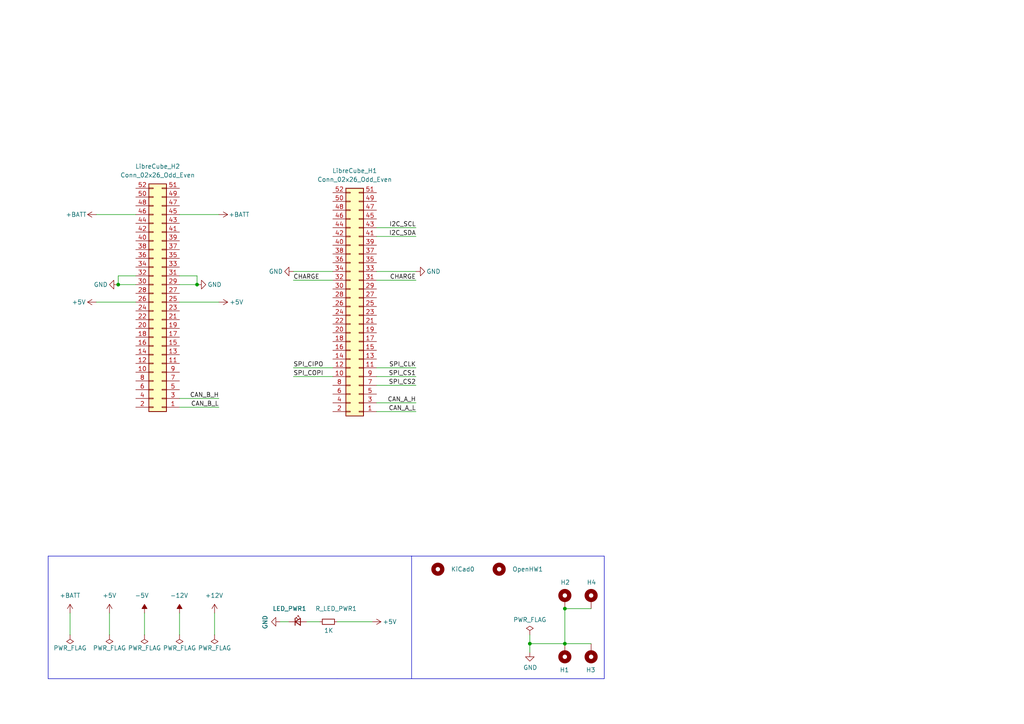
<source format=kicad_sch>
(kicad_sch (version 20230121) (generator eeschema)

  (uuid b26d10c1-0874-459a-80a4-e525262e670c)

  (paper "A4")

  (lib_symbols
    (symbol "Connector_Generic:Conn_02x26_Odd_Even" (pin_names (offset 1.016) hide) (in_bom yes) (on_board yes)
      (property "Reference" "J" (at 1.27 33.02 0)
        (effects (font (size 1.27 1.27)))
      )
      (property "Value" "Conn_02x26_Odd_Even" (at 1.27 -35.56 0)
        (effects (font (size 1.27 1.27)))
      )
      (property "Footprint" "" (at 0 0 0)
        (effects (font (size 1.27 1.27)) hide)
      )
      (property "Datasheet" "~" (at 0 0 0)
        (effects (font (size 1.27 1.27)) hide)
      )
      (property "ki_keywords" "connector" (at 0 0 0)
        (effects (font (size 1.27 1.27)) hide)
      )
      (property "ki_description" "Generic connector, double row, 02x26, odd/even pin numbering scheme (row 1 odd numbers, row 2 even numbers), script generated (kicad-library-utils/schlib/autogen/connector/)" (at 0 0 0)
        (effects (font (size 1.27 1.27)) hide)
      )
      (property "ki_fp_filters" "Connector*:*_2x??_*" (at 0 0 0)
        (effects (font (size 1.27 1.27)) hide)
      )
      (symbol "Conn_02x26_Odd_Even_1_1"
        (rectangle (start -1.27 -32.893) (end 0 -33.147)
          (stroke (width 0.1524) (type default))
          (fill (type none))
        )
        (rectangle (start -1.27 -30.353) (end 0 -30.607)
          (stroke (width 0.1524) (type default))
          (fill (type none))
        )
        (rectangle (start -1.27 -27.813) (end 0 -28.067)
          (stroke (width 0.1524) (type default))
          (fill (type none))
        )
        (rectangle (start -1.27 -25.273) (end 0 -25.527)
          (stroke (width 0.1524) (type default))
          (fill (type none))
        )
        (rectangle (start -1.27 -22.733) (end 0 -22.987)
          (stroke (width 0.1524) (type default))
          (fill (type none))
        )
        (rectangle (start -1.27 -20.193) (end 0 -20.447)
          (stroke (width 0.1524) (type default))
          (fill (type none))
        )
        (rectangle (start -1.27 -17.653) (end 0 -17.907)
          (stroke (width 0.1524) (type default))
          (fill (type none))
        )
        (rectangle (start -1.27 -15.113) (end 0 -15.367)
          (stroke (width 0.1524) (type default))
          (fill (type none))
        )
        (rectangle (start -1.27 -12.573) (end 0 -12.827)
          (stroke (width 0.1524) (type default))
          (fill (type none))
        )
        (rectangle (start -1.27 -10.033) (end 0 -10.287)
          (stroke (width 0.1524) (type default))
          (fill (type none))
        )
        (rectangle (start -1.27 -7.493) (end 0 -7.747)
          (stroke (width 0.1524) (type default))
          (fill (type none))
        )
        (rectangle (start -1.27 -4.953) (end 0 -5.207)
          (stroke (width 0.1524) (type default))
          (fill (type none))
        )
        (rectangle (start -1.27 -2.413) (end 0 -2.667)
          (stroke (width 0.1524) (type default))
          (fill (type none))
        )
        (rectangle (start -1.27 0.127) (end 0 -0.127)
          (stroke (width 0.1524) (type default))
          (fill (type none))
        )
        (rectangle (start -1.27 2.667) (end 0 2.413)
          (stroke (width 0.1524) (type default))
          (fill (type none))
        )
        (rectangle (start -1.27 5.207) (end 0 4.953)
          (stroke (width 0.1524) (type default))
          (fill (type none))
        )
        (rectangle (start -1.27 7.747) (end 0 7.493)
          (stroke (width 0.1524) (type default))
          (fill (type none))
        )
        (rectangle (start -1.27 10.287) (end 0 10.033)
          (stroke (width 0.1524) (type default))
          (fill (type none))
        )
        (rectangle (start -1.27 12.827) (end 0 12.573)
          (stroke (width 0.1524) (type default))
          (fill (type none))
        )
        (rectangle (start -1.27 15.367) (end 0 15.113)
          (stroke (width 0.1524) (type default))
          (fill (type none))
        )
        (rectangle (start -1.27 17.907) (end 0 17.653)
          (stroke (width 0.1524) (type default))
          (fill (type none))
        )
        (rectangle (start -1.27 20.447) (end 0 20.193)
          (stroke (width 0.1524) (type default))
          (fill (type none))
        )
        (rectangle (start -1.27 22.987) (end 0 22.733)
          (stroke (width 0.1524) (type default))
          (fill (type none))
        )
        (rectangle (start -1.27 25.527) (end 0 25.273)
          (stroke (width 0.1524) (type default))
          (fill (type none))
        )
        (rectangle (start -1.27 28.067) (end 0 27.813)
          (stroke (width 0.1524) (type default))
          (fill (type none))
        )
        (rectangle (start -1.27 30.607) (end 0 30.353)
          (stroke (width 0.1524) (type default))
          (fill (type none))
        )
        (rectangle (start -1.27 31.75) (end 3.81 -34.29)
          (stroke (width 0.254) (type default))
          (fill (type background))
        )
        (rectangle (start 3.81 -32.893) (end 2.54 -33.147)
          (stroke (width 0.1524) (type default))
          (fill (type none))
        )
        (rectangle (start 3.81 -30.353) (end 2.54 -30.607)
          (stroke (width 0.1524) (type default))
          (fill (type none))
        )
        (rectangle (start 3.81 -27.813) (end 2.54 -28.067)
          (stroke (width 0.1524) (type default))
          (fill (type none))
        )
        (rectangle (start 3.81 -25.273) (end 2.54 -25.527)
          (stroke (width 0.1524) (type default))
          (fill (type none))
        )
        (rectangle (start 3.81 -22.733) (end 2.54 -22.987)
          (stroke (width 0.1524) (type default))
          (fill (type none))
        )
        (rectangle (start 3.81 -20.193) (end 2.54 -20.447)
          (stroke (width 0.1524) (type default))
          (fill (type none))
        )
        (rectangle (start 3.81 -17.653) (end 2.54 -17.907)
          (stroke (width 0.1524) (type default))
          (fill (type none))
        )
        (rectangle (start 3.81 -15.113) (end 2.54 -15.367)
          (stroke (width 0.1524) (type default))
          (fill (type none))
        )
        (rectangle (start 3.81 -12.573) (end 2.54 -12.827)
          (stroke (width 0.1524) (type default))
          (fill (type none))
        )
        (rectangle (start 3.81 -10.033) (end 2.54 -10.287)
          (stroke (width 0.1524) (type default))
          (fill (type none))
        )
        (rectangle (start 3.81 -7.493) (end 2.54 -7.747)
          (stroke (width 0.1524) (type default))
          (fill (type none))
        )
        (rectangle (start 3.81 -4.953) (end 2.54 -5.207)
          (stroke (width 0.1524) (type default))
          (fill (type none))
        )
        (rectangle (start 3.81 -2.413) (end 2.54 -2.667)
          (stroke (width 0.1524) (type default))
          (fill (type none))
        )
        (rectangle (start 3.81 0.127) (end 2.54 -0.127)
          (stroke (width 0.1524) (type default))
          (fill (type none))
        )
        (rectangle (start 3.81 2.667) (end 2.54 2.413)
          (stroke (width 0.1524) (type default))
          (fill (type none))
        )
        (rectangle (start 3.81 5.207) (end 2.54 4.953)
          (stroke (width 0.1524) (type default))
          (fill (type none))
        )
        (rectangle (start 3.81 7.747) (end 2.54 7.493)
          (stroke (width 0.1524) (type default))
          (fill (type none))
        )
        (rectangle (start 3.81 10.287) (end 2.54 10.033)
          (stroke (width 0.1524) (type default))
          (fill (type none))
        )
        (rectangle (start 3.81 12.827) (end 2.54 12.573)
          (stroke (width 0.1524) (type default))
          (fill (type none))
        )
        (rectangle (start 3.81 15.367) (end 2.54 15.113)
          (stroke (width 0.1524) (type default))
          (fill (type none))
        )
        (rectangle (start 3.81 17.907) (end 2.54 17.653)
          (stroke (width 0.1524) (type default))
          (fill (type none))
        )
        (rectangle (start 3.81 20.447) (end 2.54 20.193)
          (stroke (width 0.1524) (type default))
          (fill (type none))
        )
        (rectangle (start 3.81 22.987) (end 2.54 22.733)
          (stroke (width 0.1524) (type default))
          (fill (type none))
        )
        (rectangle (start 3.81 25.527) (end 2.54 25.273)
          (stroke (width 0.1524) (type default))
          (fill (type none))
        )
        (rectangle (start 3.81 28.067) (end 2.54 27.813)
          (stroke (width 0.1524) (type default))
          (fill (type none))
        )
        (rectangle (start 3.81 30.607) (end 2.54 30.353)
          (stroke (width 0.1524) (type default))
          (fill (type none))
        )
        (pin passive line (at -5.08 30.48 0) (length 3.81)
          (name "Pin_1" (effects (font (size 1.27 1.27))))
          (number "1" (effects (font (size 1.27 1.27))))
        )
        (pin passive line (at 7.62 20.32 180) (length 3.81)
          (name "Pin_10" (effects (font (size 1.27 1.27))))
          (number "10" (effects (font (size 1.27 1.27))))
        )
        (pin passive line (at -5.08 17.78 0) (length 3.81)
          (name "Pin_11" (effects (font (size 1.27 1.27))))
          (number "11" (effects (font (size 1.27 1.27))))
        )
        (pin passive line (at 7.62 17.78 180) (length 3.81)
          (name "Pin_12" (effects (font (size 1.27 1.27))))
          (number "12" (effects (font (size 1.27 1.27))))
        )
        (pin passive line (at -5.08 15.24 0) (length 3.81)
          (name "Pin_13" (effects (font (size 1.27 1.27))))
          (number "13" (effects (font (size 1.27 1.27))))
        )
        (pin passive line (at 7.62 15.24 180) (length 3.81)
          (name "Pin_14" (effects (font (size 1.27 1.27))))
          (number "14" (effects (font (size 1.27 1.27))))
        )
        (pin passive line (at -5.08 12.7 0) (length 3.81)
          (name "Pin_15" (effects (font (size 1.27 1.27))))
          (number "15" (effects (font (size 1.27 1.27))))
        )
        (pin passive line (at 7.62 12.7 180) (length 3.81)
          (name "Pin_16" (effects (font (size 1.27 1.27))))
          (number "16" (effects (font (size 1.27 1.27))))
        )
        (pin passive line (at -5.08 10.16 0) (length 3.81)
          (name "Pin_17" (effects (font (size 1.27 1.27))))
          (number "17" (effects (font (size 1.27 1.27))))
        )
        (pin passive line (at 7.62 10.16 180) (length 3.81)
          (name "Pin_18" (effects (font (size 1.27 1.27))))
          (number "18" (effects (font (size 1.27 1.27))))
        )
        (pin passive line (at -5.08 7.62 0) (length 3.81)
          (name "Pin_19" (effects (font (size 1.27 1.27))))
          (number "19" (effects (font (size 1.27 1.27))))
        )
        (pin passive line (at 7.62 30.48 180) (length 3.81)
          (name "Pin_2" (effects (font (size 1.27 1.27))))
          (number "2" (effects (font (size 1.27 1.27))))
        )
        (pin passive line (at 7.62 7.62 180) (length 3.81)
          (name "Pin_20" (effects (font (size 1.27 1.27))))
          (number "20" (effects (font (size 1.27 1.27))))
        )
        (pin passive line (at -5.08 5.08 0) (length 3.81)
          (name "Pin_21" (effects (font (size 1.27 1.27))))
          (number "21" (effects (font (size 1.27 1.27))))
        )
        (pin passive line (at 7.62 5.08 180) (length 3.81)
          (name "Pin_22" (effects (font (size 1.27 1.27))))
          (number "22" (effects (font (size 1.27 1.27))))
        )
        (pin passive line (at -5.08 2.54 0) (length 3.81)
          (name "Pin_23" (effects (font (size 1.27 1.27))))
          (number "23" (effects (font (size 1.27 1.27))))
        )
        (pin passive line (at 7.62 2.54 180) (length 3.81)
          (name "Pin_24" (effects (font (size 1.27 1.27))))
          (number "24" (effects (font (size 1.27 1.27))))
        )
        (pin passive line (at -5.08 0 0) (length 3.81)
          (name "Pin_25" (effects (font (size 1.27 1.27))))
          (number "25" (effects (font (size 1.27 1.27))))
        )
        (pin passive line (at 7.62 0 180) (length 3.81)
          (name "Pin_26" (effects (font (size 1.27 1.27))))
          (number "26" (effects (font (size 1.27 1.27))))
        )
        (pin passive line (at -5.08 -2.54 0) (length 3.81)
          (name "Pin_27" (effects (font (size 1.27 1.27))))
          (number "27" (effects (font (size 1.27 1.27))))
        )
        (pin passive line (at 7.62 -2.54 180) (length 3.81)
          (name "Pin_28" (effects (font (size 1.27 1.27))))
          (number "28" (effects (font (size 1.27 1.27))))
        )
        (pin passive line (at -5.08 -5.08 0) (length 3.81)
          (name "Pin_29" (effects (font (size 1.27 1.27))))
          (number "29" (effects (font (size 1.27 1.27))))
        )
        (pin passive line (at -5.08 27.94 0) (length 3.81)
          (name "Pin_3" (effects (font (size 1.27 1.27))))
          (number "3" (effects (font (size 1.27 1.27))))
        )
        (pin passive line (at 7.62 -5.08 180) (length 3.81)
          (name "Pin_30" (effects (font (size 1.27 1.27))))
          (number "30" (effects (font (size 1.27 1.27))))
        )
        (pin passive line (at -5.08 -7.62 0) (length 3.81)
          (name "Pin_31" (effects (font (size 1.27 1.27))))
          (number "31" (effects (font (size 1.27 1.27))))
        )
        (pin passive line (at 7.62 -7.62 180) (length 3.81)
          (name "Pin_32" (effects (font (size 1.27 1.27))))
          (number "32" (effects (font (size 1.27 1.27))))
        )
        (pin passive line (at -5.08 -10.16 0) (length 3.81)
          (name "Pin_33" (effects (font (size 1.27 1.27))))
          (number "33" (effects (font (size 1.27 1.27))))
        )
        (pin passive line (at 7.62 -10.16 180) (length 3.81)
          (name "Pin_34" (effects (font (size 1.27 1.27))))
          (number "34" (effects (font (size 1.27 1.27))))
        )
        (pin passive line (at -5.08 -12.7 0) (length 3.81)
          (name "Pin_35" (effects (font (size 1.27 1.27))))
          (number "35" (effects (font (size 1.27 1.27))))
        )
        (pin passive line (at 7.62 -12.7 180) (length 3.81)
          (name "Pin_36" (effects (font (size 1.27 1.27))))
          (number "36" (effects (font (size 1.27 1.27))))
        )
        (pin passive line (at -5.08 -15.24 0) (length 3.81)
          (name "Pin_37" (effects (font (size 1.27 1.27))))
          (number "37" (effects (font (size 1.27 1.27))))
        )
        (pin passive line (at 7.62 -15.24 180) (length 3.81)
          (name "Pin_38" (effects (font (size 1.27 1.27))))
          (number "38" (effects (font (size 1.27 1.27))))
        )
        (pin passive line (at -5.08 -17.78 0) (length 3.81)
          (name "Pin_39" (effects (font (size 1.27 1.27))))
          (number "39" (effects (font (size 1.27 1.27))))
        )
        (pin passive line (at 7.62 27.94 180) (length 3.81)
          (name "Pin_4" (effects (font (size 1.27 1.27))))
          (number "4" (effects (font (size 1.27 1.27))))
        )
        (pin passive line (at 7.62 -17.78 180) (length 3.81)
          (name "Pin_40" (effects (font (size 1.27 1.27))))
          (number "40" (effects (font (size 1.27 1.27))))
        )
        (pin passive line (at -5.08 -20.32 0) (length 3.81)
          (name "Pin_41" (effects (font (size 1.27 1.27))))
          (number "41" (effects (font (size 1.27 1.27))))
        )
        (pin passive line (at 7.62 -20.32 180) (length 3.81)
          (name "Pin_42" (effects (font (size 1.27 1.27))))
          (number "42" (effects (font (size 1.27 1.27))))
        )
        (pin passive line (at -5.08 -22.86 0) (length 3.81)
          (name "Pin_43" (effects (font (size 1.27 1.27))))
          (number "43" (effects (font (size 1.27 1.27))))
        )
        (pin passive line (at 7.62 -22.86 180) (length 3.81)
          (name "Pin_44" (effects (font (size 1.27 1.27))))
          (number "44" (effects (font (size 1.27 1.27))))
        )
        (pin passive line (at -5.08 -25.4 0) (length 3.81)
          (name "Pin_45" (effects (font (size 1.27 1.27))))
          (number "45" (effects (font (size 1.27 1.27))))
        )
        (pin passive line (at 7.62 -25.4 180) (length 3.81)
          (name "Pin_46" (effects (font (size 1.27 1.27))))
          (number "46" (effects (font (size 1.27 1.27))))
        )
        (pin passive line (at -5.08 -27.94 0) (length 3.81)
          (name "Pin_47" (effects (font (size 1.27 1.27))))
          (number "47" (effects (font (size 1.27 1.27))))
        )
        (pin passive line (at 7.62 -27.94 180) (length 3.81)
          (name "Pin_48" (effects (font (size 1.27 1.27))))
          (number "48" (effects (font (size 1.27 1.27))))
        )
        (pin passive line (at -5.08 -30.48 0) (length 3.81)
          (name "Pin_49" (effects (font (size 1.27 1.27))))
          (number "49" (effects (font (size 1.27 1.27))))
        )
        (pin passive line (at -5.08 25.4 0) (length 3.81)
          (name "Pin_5" (effects (font (size 1.27 1.27))))
          (number "5" (effects (font (size 1.27 1.27))))
        )
        (pin passive line (at 7.62 -30.48 180) (length 3.81)
          (name "Pin_50" (effects (font (size 1.27 1.27))))
          (number "50" (effects (font (size 1.27 1.27))))
        )
        (pin passive line (at -5.08 -33.02 0) (length 3.81)
          (name "Pin_51" (effects (font (size 1.27 1.27))))
          (number "51" (effects (font (size 1.27 1.27))))
        )
        (pin passive line (at 7.62 -33.02 180) (length 3.81)
          (name "Pin_52" (effects (font (size 1.27 1.27))))
          (number "52" (effects (font (size 1.27 1.27))))
        )
        (pin passive line (at 7.62 25.4 180) (length 3.81)
          (name "Pin_6" (effects (font (size 1.27 1.27))))
          (number "6" (effects (font (size 1.27 1.27))))
        )
        (pin passive line (at -5.08 22.86 0) (length 3.81)
          (name "Pin_7" (effects (font (size 1.27 1.27))))
          (number "7" (effects (font (size 1.27 1.27))))
        )
        (pin passive line (at 7.62 22.86 180) (length 3.81)
          (name "Pin_8" (effects (font (size 1.27 1.27))))
          (number "8" (effects (font (size 1.27 1.27))))
        )
        (pin passive line (at -5.08 20.32 0) (length 3.81)
          (name "Pin_9" (effects (font (size 1.27 1.27))))
          (number "9" (effects (font (size 1.27 1.27))))
        )
      )
    )
    (symbol "Device:LED_Small" (pin_numbers hide) (pin_names (offset 0.254) hide) (in_bom yes) (on_board yes)
      (property "Reference" "D" (at -1.27 3.175 0)
        (effects (font (size 1.27 1.27)) (justify left))
      )
      (property "Value" "LED_Small" (at -4.445 -2.54 0)
        (effects (font (size 1.27 1.27)) (justify left))
      )
      (property "Footprint" "" (at 0 0 90)
        (effects (font (size 1.27 1.27)) hide)
      )
      (property "Datasheet" "~" (at 0 0 90)
        (effects (font (size 1.27 1.27)) hide)
      )
      (property "ki_keywords" "LED diode light-emitting-diode" (at 0 0 0)
        (effects (font (size 1.27 1.27)) hide)
      )
      (property "ki_description" "Light emitting diode, small symbol" (at 0 0 0)
        (effects (font (size 1.27 1.27)) hide)
      )
      (property "ki_fp_filters" "LED* LED_SMD:* LED_THT:*" (at 0 0 0)
        (effects (font (size 1.27 1.27)) hide)
      )
      (symbol "LED_Small_0_1"
        (polyline
          (pts
            (xy -0.762 -1.016)
            (xy -0.762 1.016)
          )
          (stroke (width 0.254) (type default))
          (fill (type none))
        )
        (polyline
          (pts
            (xy 1.016 0)
            (xy -0.762 0)
          )
          (stroke (width 0) (type default))
          (fill (type none))
        )
        (polyline
          (pts
            (xy 0.762 -1.016)
            (xy -0.762 0)
            (xy 0.762 1.016)
            (xy 0.762 -1.016)
          )
          (stroke (width 0.254) (type default))
          (fill (type none))
        )
        (polyline
          (pts
            (xy 0 0.762)
            (xy -0.508 1.27)
            (xy -0.254 1.27)
            (xy -0.508 1.27)
            (xy -0.508 1.016)
          )
          (stroke (width 0) (type default))
          (fill (type none))
        )
        (polyline
          (pts
            (xy 0.508 1.27)
            (xy 0 1.778)
            (xy 0.254 1.778)
            (xy 0 1.778)
            (xy 0 1.524)
          )
          (stroke (width 0) (type default))
          (fill (type none))
        )
      )
      (symbol "LED_Small_1_1"
        (pin passive line (at -2.54 0 0) (length 1.778)
          (name "K" (effects (font (size 1.27 1.27))))
          (number "1" (effects (font (size 1.27 1.27))))
        )
        (pin passive line (at 2.54 0 180) (length 1.778)
          (name "A" (effects (font (size 1.27 1.27))))
          (number "2" (effects (font (size 1.27 1.27))))
        )
      )
    )
    (symbol "Device:R_Small" (pin_numbers hide) (pin_names (offset 0.254) hide) (in_bom yes) (on_board yes)
      (property "Reference" "R" (at 0.762 0.508 0)
        (effects (font (size 1.27 1.27)) (justify left))
      )
      (property "Value" "R_Small" (at 0.762 -1.016 0)
        (effects (font (size 1.27 1.27)) (justify left))
      )
      (property "Footprint" "" (at 0 0 0)
        (effects (font (size 1.27 1.27)) hide)
      )
      (property "Datasheet" "~" (at 0 0 0)
        (effects (font (size 1.27 1.27)) hide)
      )
      (property "ki_keywords" "R resistor" (at 0 0 0)
        (effects (font (size 1.27 1.27)) hide)
      )
      (property "ki_description" "Resistor, small symbol" (at 0 0 0)
        (effects (font (size 1.27 1.27)) hide)
      )
      (property "ki_fp_filters" "R_*" (at 0 0 0)
        (effects (font (size 1.27 1.27)) hide)
      )
      (symbol "R_Small_0_1"
        (rectangle (start -0.762 1.778) (end 0.762 -1.778)
          (stroke (width 0.2032) (type default))
          (fill (type none))
        )
      )
      (symbol "R_Small_1_1"
        (pin passive line (at 0 2.54 270) (length 0.762)
          (name "~" (effects (font (size 1.27 1.27))))
          (number "1" (effects (font (size 1.27 1.27))))
        )
        (pin passive line (at 0 -2.54 90) (length 0.762)
          (name "~" (effects (font (size 1.27 1.27))))
          (number "2" (effects (font (size 1.27 1.27))))
        )
      )
    )
    (symbol "Mechanical:MountingHole" (pin_names (offset 1.016)) (in_bom yes) (on_board yes)
      (property "Reference" "H" (at 0 5.08 0)
        (effects (font (size 1.27 1.27)))
      )
      (property "Value" "MountingHole" (at 0 3.175 0)
        (effects (font (size 1.27 1.27)))
      )
      (property "Footprint" "" (at 0 0 0)
        (effects (font (size 1.27 1.27)) hide)
      )
      (property "Datasheet" "~" (at 0 0 0)
        (effects (font (size 1.27 1.27)) hide)
      )
      (property "ki_keywords" "mounting hole" (at 0 0 0)
        (effects (font (size 1.27 1.27)) hide)
      )
      (property "ki_description" "Mounting Hole without connection" (at 0 0 0)
        (effects (font (size 1.27 1.27)) hide)
      )
      (property "ki_fp_filters" "MountingHole*" (at 0 0 0)
        (effects (font (size 1.27 1.27)) hide)
      )
      (symbol "MountingHole_0_1"
        (circle (center 0 0) (radius 1.27)
          (stroke (width 1.27) (type default))
          (fill (type none))
        )
      )
    )
    (symbol "Mechanical:MountingHole_Pad" (pin_numbers hide) (pin_names (offset 1.016) hide) (in_bom yes) (on_board yes)
      (property "Reference" "H" (at 0 6.35 0)
        (effects (font (size 1.27 1.27)))
      )
      (property "Value" "MountingHole_Pad" (at 0 4.445 0)
        (effects (font (size 1.27 1.27)))
      )
      (property "Footprint" "" (at 0 0 0)
        (effects (font (size 1.27 1.27)) hide)
      )
      (property "Datasheet" "~" (at 0 0 0)
        (effects (font (size 1.27 1.27)) hide)
      )
      (property "ki_keywords" "mounting hole" (at 0 0 0)
        (effects (font (size 1.27 1.27)) hide)
      )
      (property "ki_description" "Mounting Hole with connection" (at 0 0 0)
        (effects (font (size 1.27 1.27)) hide)
      )
      (property "ki_fp_filters" "MountingHole*Pad*" (at 0 0 0)
        (effects (font (size 1.27 1.27)) hide)
      )
      (symbol "MountingHole_Pad_0_1"
        (circle (center 0 1.27) (radius 1.27)
          (stroke (width 1.27) (type default))
          (fill (type none))
        )
      )
      (symbol "MountingHole_Pad_1_1"
        (pin input line (at 0 -2.54 90) (length 2.54)
          (name "1" (effects (font (size 1.27 1.27))))
          (number "1" (effects (font (size 1.27 1.27))))
        )
      )
    )
    (symbol "power:+12V" (power) (pin_names (offset 0)) (in_bom yes) (on_board yes)
      (property "Reference" "#PWR" (at 0 -3.81 0)
        (effects (font (size 1.27 1.27)) hide)
      )
      (property "Value" "+12V" (at 0 3.556 0)
        (effects (font (size 1.27 1.27)))
      )
      (property "Footprint" "" (at 0 0 0)
        (effects (font (size 1.27 1.27)) hide)
      )
      (property "Datasheet" "" (at 0 0 0)
        (effects (font (size 1.27 1.27)) hide)
      )
      (property "ki_keywords" "power-flag" (at 0 0 0)
        (effects (font (size 1.27 1.27)) hide)
      )
      (property "ki_description" "Power symbol creates a global label with name \"+12V\"" (at 0 0 0)
        (effects (font (size 1.27 1.27)) hide)
      )
      (symbol "+12V_0_1"
        (polyline
          (pts
            (xy -0.762 1.27)
            (xy 0 2.54)
          )
          (stroke (width 0) (type default))
          (fill (type none))
        )
        (polyline
          (pts
            (xy 0 0)
            (xy 0 2.54)
          )
          (stroke (width 0) (type default))
          (fill (type none))
        )
        (polyline
          (pts
            (xy 0 2.54)
            (xy 0.762 1.27)
          )
          (stroke (width 0) (type default))
          (fill (type none))
        )
      )
      (symbol "+12V_1_1"
        (pin power_in line (at 0 0 90) (length 0) hide
          (name "+12V" (effects (font (size 1.27 1.27))))
          (number "1" (effects (font (size 1.27 1.27))))
        )
      )
    )
    (symbol "power:+5V" (power) (pin_names (offset 0)) (in_bom yes) (on_board yes)
      (property "Reference" "#PWR" (at 0 -3.81 0)
        (effects (font (size 1.27 1.27)) hide)
      )
      (property "Value" "+5V" (at 0 3.556 0)
        (effects (font (size 1.27 1.27)))
      )
      (property "Footprint" "" (at 0 0 0)
        (effects (font (size 1.27 1.27)) hide)
      )
      (property "Datasheet" "" (at 0 0 0)
        (effects (font (size 1.27 1.27)) hide)
      )
      (property "ki_keywords" "power-flag" (at 0 0 0)
        (effects (font (size 1.27 1.27)) hide)
      )
      (property "ki_description" "Power symbol creates a global label with name \"+5V\"" (at 0 0 0)
        (effects (font (size 1.27 1.27)) hide)
      )
      (symbol "+5V_0_1"
        (polyline
          (pts
            (xy -0.762 1.27)
            (xy 0 2.54)
          )
          (stroke (width 0) (type default))
          (fill (type none))
        )
        (polyline
          (pts
            (xy 0 0)
            (xy 0 2.54)
          )
          (stroke (width 0) (type default))
          (fill (type none))
        )
        (polyline
          (pts
            (xy 0 2.54)
            (xy 0.762 1.27)
          )
          (stroke (width 0) (type default))
          (fill (type none))
        )
      )
      (symbol "+5V_1_1"
        (pin power_in line (at 0 0 90) (length 0) hide
          (name "+5V" (effects (font (size 1.27 1.27))))
          (number "1" (effects (font (size 1.27 1.27))))
        )
      )
    )
    (symbol "power:+BATT" (power) (pin_names (offset 0)) (in_bom yes) (on_board yes)
      (property "Reference" "#PWR" (at 0 -3.81 0)
        (effects (font (size 1.27 1.27)) hide)
      )
      (property "Value" "+BATT" (at 0 3.556 0)
        (effects (font (size 1.27 1.27)))
      )
      (property "Footprint" "" (at 0 0 0)
        (effects (font (size 1.27 1.27)) hide)
      )
      (property "Datasheet" "" (at 0 0 0)
        (effects (font (size 1.27 1.27)) hide)
      )
      (property "ki_keywords" "power-flag battery" (at 0 0 0)
        (effects (font (size 1.27 1.27)) hide)
      )
      (property "ki_description" "Power symbol creates a global label with name \"+BATT\"" (at 0 0 0)
        (effects (font (size 1.27 1.27)) hide)
      )
      (symbol "+BATT_0_1"
        (polyline
          (pts
            (xy -0.762 1.27)
            (xy 0 2.54)
          )
          (stroke (width 0) (type default))
          (fill (type none))
        )
        (polyline
          (pts
            (xy 0 0)
            (xy 0 2.54)
          )
          (stroke (width 0) (type default))
          (fill (type none))
        )
        (polyline
          (pts
            (xy 0 2.54)
            (xy 0.762 1.27)
          )
          (stroke (width 0) (type default))
          (fill (type none))
        )
      )
      (symbol "+BATT_1_1"
        (pin power_in line (at 0 0 90) (length 0) hide
          (name "+BATT" (effects (font (size 1.27 1.27))))
          (number "1" (effects (font (size 1.27 1.27))))
        )
      )
    )
    (symbol "power:-12V" (power) (pin_names (offset 0)) (in_bom yes) (on_board yes)
      (property "Reference" "#PWR" (at 0 2.54 0)
        (effects (font (size 1.27 1.27)) hide)
      )
      (property "Value" "-12V" (at 0 3.81 0)
        (effects (font (size 1.27 1.27)))
      )
      (property "Footprint" "" (at 0 0 0)
        (effects (font (size 1.27 1.27)) hide)
      )
      (property "Datasheet" "" (at 0 0 0)
        (effects (font (size 1.27 1.27)) hide)
      )
      (property "ki_keywords" "power-flag" (at 0 0 0)
        (effects (font (size 1.27 1.27)) hide)
      )
      (property "ki_description" "Power symbol creates a global label with name \"-12V\"" (at 0 0 0)
        (effects (font (size 1.27 1.27)) hide)
      )
      (symbol "-12V_0_0"
        (pin power_in line (at 0 0 90) (length 0) hide
          (name "-12V" (effects (font (size 1.27 1.27))))
          (number "1" (effects (font (size 1.27 1.27))))
        )
      )
      (symbol "-12V_0_1"
        (polyline
          (pts
            (xy 0 0)
            (xy 0 1.27)
            (xy 0.762 1.27)
            (xy 0 2.54)
            (xy -0.762 1.27)
            (xy 0 1.27)
          )
          (stroke (width 0) (type default))
          (fill (type outline))
        )
      )
    )
    (symbol "power:-5V" (power) (pin_names (offset 0)) (in_bom yes) (on_board yes)
      (property "Reference" "#PWR" (at 0 2.54 0)
        (effects (font (size 1.27 1.27)) hide)
      )
      (property "Value" "-5V" (at 0 3.81 0)
        (effects (font (size 1.27 1.27)))
      )
      (property "Footprint" "" (at 0 0 0)
        (effects (font (size 1.27 1.27)) hide)
      )
      (property "Datasheet" "" (at 0 0 0)
        (effects (font (size 1.27 1.27)) hide)
      )
      (property "ki_keywords" "power-flag" (at 0 0 0)
        (effects (font (size 1.27 1.27)) hide)
      )
      (property "ki_description" "Power symbol creates a global label with name \"-5V\"" (at 0 0 0)
        (effects (font (size 1.27 1.27)) hide)
      )
      (symbol "-5V_0_0"
        (pin power_in line (at 0 0 90) (length 0) hide
          (name "-5V" (effects (font (size 1.27 1.27))))
          (number "1" (effects (font (size 1.27 1.27))))
        )
      )
      (symbol "-5V_0_1"
        (polyline
          (pts
            (xy 0 0)
            (xy 0 1.27)
            (xy 0.762 1.27)
            (xy 0 2.54)
            (xy -0.762 1.27)
            (xy 0 1.27)
          )
          (stroke (width 0) (type default))
          (fill (type outline))
        )
      )
    )
    (symbol "power:GND" (power) (pin_names (offset 0)) (in_bom yes) (on_board yes)
      (property "Reference" "#PWR" (at 0 -6.35 0)
        (effects (font (size 1.27 1.27)) hide)
      )
      (property "Value" "GND" (at 0 -3.81 0)
        (effects (font (size 1.27 1.27)))
      )
      (property "Footprint" "" (at 0 0 0)
        (effects (font (size 1.27 1.27)) hide)
      )
      (property "Datasheet" "" (at 0 0 0)
        (effects (font (size 1.27 1.27)) hide)
      )
      (property "ki_keywords" "power-flag" (at 0 0 0)
        (effects (font (size 1.27 1.27)) hide)
      )
      (property "ki_description" "Power symbol creates a global label with name \"GND\" , ground" (at 0 0 0)
        (effects (font (size 1.27 1.27)) hide)
      )
      (symbol "GND_0_1"
        (polyline
          (pts
            (xy 0 0)
            (xy 0 -1.27)
            (xy 1.27 -1.27)
            (xy 0 -2.54)
            (xy -1.27 -1.27)
            (xy 0 -1.27)
          )
          (stroke (width 0) (type default))
          (fill (type none))
        )
      )
      (symbol "GND_1_1"
        (pin power_in line (at 0 0 270) (length 0) hide
          (name "GND" (effects (font (size 1.27 1.27))))
          (number "1" (effects (font (size 1.27 1.27))))
        )
      )
    )
    (symbol "power:PWR_FLAG" (power) (pin_numbers hide) (pin_names (offset 0) hide) (in_bom yes) (on_board yes)
      (property "Reference" "#FLG" (at 0 1.905 0)
        (effects (font (size 1.27 1.27)) hide)
      )
      (property "Value" "PWR_FLAG" (at 0 3.81 0)
        (effects (font (size 1.27 1.27)))
      )
      (property "Footprint" "" (at 0 0 0)
        (effects (font (size 1.27 1.27)) hide)
      )
      (property "Datasheet" "~" (at 0 0 0)
        (effects (font (size 1.27 1.27)) hide)
      )
      (property "ki_keywords" "power-flag" (at 0 0 0)
        (effects (font (size 1.27 1.27)) hide)
      )
      (property "ki_description" "Special symbol for telling ERC where power comes from" (at 0 0 0)
        (effects (font (size 1.27 1.27)) hide)
      )
      (symbol "PWR_FLAG_0_0"
        (pin power_out line (at 0 0 90) (length 0)
          (name "pwr" (effects (font (size 1.27 1.27))))
          (number "1" (effects (font (size 1.27 1.27))))
        )
      )
      (symbol "PWR_FLAG_0_1"
        (polyline
          (pts
            (xy 0 0)
            (xy 0 1.27)
            (xy -1.016 1.905)
            (xy 0 2.54)
            (xy 1.016 1.905)
            (xy 0 1.27)
          )
          (stroke (width 0) (type default))
          (fill (type none))
        )
      )
    )
  )

  (junction (at 163.83 186.69) (diameter 0) (color 0 0 0 0)
    (uuid 2135ce01-b8dd-44e8-bebc-879f2270b621)
  )
  (junction (at 57.15 82.55) (diameter 0) (color 0 0 0 0)
    (uuid 5a17ab8c-8146-4371-a714-ccf219e69e69)
  )
  (junction (at 34.29 82.55) (diameter 0) (color 0 0 0 0)
    (uuid 6de0b165-0c6b-418a-a1be-2793d9d60d62)
  )
  (junction (at 153.67 186.69) (diameter 0) (color 0 0 0 0)
    (uuid c34e67f3-e92f-48d8-b5b9-1f61bfbff029)
  )
  (junction (at 163.83 176.53) (diameter 0) (color 0 0 0 0)
    (uuid d52383f9-a675-4aca-9f79-eba21f0b1c6b)
  )

  (wire (pts (xy 85.09 81.28) (xy 96.52 81.28))
    (stroke (width 0) (type default))
    (uuid 01916571-32de-4c41-abda-dce7f68fab94)
  )
  (wire (pts (xy 153.67 186.69) (xy 163.83 186.69))
    (stroke (width 0) (type default))
    (uuid 06369cd4-69f0-4a79-9ab6-335d33abf233)
  )
  (wire (pts (xy 52.07 177.8) (xy 52.07 184.15))
    (stroke (width 0) (type default))
    (uuid 0762f889-f6c2-404e-ba0d-961fbb226bcb)
  )
  (wire (pts (xy 109.22 111.76) (xy 120.65 111.76))
    (stroke (width 0) (type default))
    (uuid 08b4c0aa-aaa4-4b37-8e2e-d9fd573e1313)
  )
  (polyline (pts (xy 119.38 161.29) (xy 175.26 161.29))
    (stroke (width 0) (type default))
    (uuid 1ad766ee-0758-41f2-80d2-eb65f60f4933)
  )

  (wire (pts (xy 52.07 82.55) (xy 57.15 82.55))
    (stroke (width 0) (type default))
    (uuid 20173a51-0e87-489d-bd40-bfe678600283)
  )
  (wire (pts (xy 52.07 115.57) (xy 63.5 115.57))
    (stroke (width 0) (type default))
    (uuid 246a0cd4-e618-466a-8b71-73c270532bf7)
  )
  (wire (pts (xy 85.09 78.74) (xy 96.52 78.74))
    (stroke (width 0) (type default))
    (uuid 2613d87b-d392-4ade-8b0a-c9d97248af96)
  )
  (wire (pts (xy 109.22 66.04) (xy 120.65 66.04))
    (stroke (width 0) (type default))
    (uuid 31f7d8d2-003d-4de7-920b-49a3136e9238)
  )
  (wire (pts (xy 20.32 177.8) (xy 20.32 184.15))
    (stroke (width 0) (type default))
    (uuid 405c42ce-020f-4a50-8e6e-859e5061fc87)
  )
  (wire (pts (xy 109.22 106.68) (xy 120.65 106.68))
    (stroke (width 0) (type default))
    (uuid 40bbe73f-1ddd-47a8-b026-2357d08256c6)
  )
  (wire (pts (xy 109.22 119.38) (xy 120.65 119.38))
    (stroke (width 0) (type default))
    (uuid 453d73c3-9ec6-410a-8166-87c2f41722c1)
  )
  (polyline (pts (xy 13.97 161.29) (xy 13.97 196.85))
    (stroke (width 0) (type default))
    (uuid 493c0dd5-382e-4fd0-a910-5496d595dc5f)
  )
  (polyline (pts (xy 119.38 161.29) (xy 119.38 196.85))
    (stroke (width 0) (type default))
    (uuid 49445e0e-6f79-44ec-b534-f76c219cf38b)
  )

  (wire (pts (xy 153.67 184.15) (xy 153.67 186.69))
    (stroke (width 0) (type default))
    (uuid 4d2b81b1-dc1b-41d9-8d3d-ab0a6b9b1639)
  )
  (wire (pts (xy 109.22 78.74) (xy 120.65 78.74))
    (stroke (width 0) (type default))
    (uuid 5131647f-3000-41e0-8b71-de311bd8245c)
  )
  (polyline (pts (xy 119.38 196.85) (xy 175.26 196.85))
    (stroke (width 0) (type default))
    (uuid 5b412533-3628-4bab-95bf-8bc352e3ae39)
  )

  (wire (pts (xy 57.15 80.01) (xy 57.15 82.55))
    (stroke (width 0) (type default))
    (uuid 60812da4-c618-4e02-aec6-78cc65a6cb03)
  )
  (wire (pts (xy 96.52 109.22) (xy 85.09 109.22))
    (stroke (width 0) (type default))
    (uuid 661d8cb0-06d9-4597-aff7-8c929c04e896)
  )
  (wire (pts (xy 109.22 109.22) (xy 120.65 109.22))
    (stroke (width 0) (type default))
    (uuid 6eb32412-d1aa-43a6-afd0-a80edcf9a1ac)
  )
  (wire (pts (xy 109.22 81.28) (xy 120.65 81.28))
    (stroke (width 0) (type default))
    (uuid 767ebd9a-2e27-4f90-bdc5-ab9a3e7a6f5d)
  )
  (wire (pts (xy 109.22 116.84) (xy 120.65 116.84))
    (stroke (width 0) (type default))
    (uuid 791a8045-6ed4-4733-aaa7-53a79fb68f1e)
  )
  (polyline (pts (xy 13.97 161.29) (xy 119.38 161.29))
    (stroke (width 0) (type default))
    (uuid 819c2eae-28e6-440e-a576-c37701cc911b)
  )

  (wire (pts (xy 52.07 62.23) (xy 63.5 62.23))
    (stroke (width 0) (type default))
    (uuid 837cda44-44b0-4b20-a8b8-8f23389ac814)
  )
  (wire (pts (xy 39.37 80.01) (xy 34.29 80.01))
    (stroke (width 0) (type default))
    (uuid 930b6e5a-1709-4405-9eaa-360db9acadc7)
  )
  (wire (pts (xy 52.07 80.01) (xy 57.15 80.01))
    (stroke (width 0) (type default))
    (uuid 95dbaaae-7035-44fd-bcf4-07f73cc21e3e)
  )
  (wire (pts (xy 96.52 106.68) (xy 85.09 106.68))
    (stroke (width 0) (type default))
    (uuid 98a534c9-c87e-4c9d-bb78-309641334e83)
  )
  (wire (pts (xy 27.94 87.63) (xy 39.37 87.63))
    (stroke (width 0) (type default))
    (uuid 99eba562-5f9e-4abf-a8b3-16294b4faddf)
  )
  (wire (pts (xy 27.94 62.23) (xy 39.37 62.23))
    (stroke (width 0) (type default))
    (uuid a075341a-2509-4dd4-ac83-ffa812256928)
  )
  (wire (pts (xy 171.45 176.53) (xy 163.83 176.53))
    (stroke (width 0) (type default))
    (uuid a636b58f-8c42-47c8-bde9-8dbb8fd3e1c0)
  )
  (wire (pts (xy 97.79 180.34) (xy 107.95 180.34))
    (stroke (width 0) (type default))
    (uuid ab11d837-f297-493b-8fcd-8daec76225a3)
  )
  (wire (pts (xy 153.67 186.69) (xy 153.67 189.23))
    (stroke (width 0) (type default))
    (uuid ac7b2a0e-1431-42bf-9f61-c34c020313ac)
  )
  (polyline (pts (xy 97.79 196.85) (xy 13.97 196.85))
    (stroke (width 0) (type default))
    (uuid af290d59-0024-4480-a782-7089aefdf796)
  )

  (wire (pts (xy 34.29 80.01) (xy 34.29 82.55))
    (stroke (width 0) (type default))
    (uuid b1b8380a-7e5f-4bba-9cb8-710471746d13)
  )
  (wire (pts (xy 39.37 82.55) (xy 34.29 82.55))
    (stroke (width 0) (type default))
    (uuid b5ada5e2-3ad7-4ffc-ada9-aa539730ed86)
  )
  (wire (pts (xy 31.75 177.8) (xy 31.75 184.15))
    (stroke (width 0) (type default))
    (uuid b920e04f-9dd4-44c9-82c8-33f816993c8c)
  )
  (wire (pts (xy 52.07 87.63) (xy 63.5 87.63))
    (stroke (width 0) (type default))
    (uuid c18d5221-c7e6-47d7-ae65-0d2994a947e3)
  )
  (wire (pts (xy 109.22 68.58) (xy 120.65 68.58))
    (stroke (width 0) (type default))
    (uuid c70364d6-3f44-4d2a-842d-f946e4658c2f)
  )
  (wire (pts (xy 171.45 186.69) (xy 163.83 186.69))
    (stroke (width 0) (type default))
    (uuid d942ce4d-d2fd-4789-a3e9-ff80c77f1f87)
  )
  (polyline (pts (xy 175.26 196.85) (xy 175.26 161.29))
    (stroke (width 0) (type default))
    (uuid dca371e7-bf20-4303-801b-94b53fd424bc)
  )

  (wire (pts (xy 52.07 118.11) (xy 63.5 118.11))
    (stroke (width 0) (type default))
    (uuid de2d5e10-4d07-46f1-b352-25a513622d15)
  )
  (wire (pts (xy 81.28 180.34) (xy 83.82 180.34))
    (stroke (width 0) (type default))
    (uuid deaad9ff-afeb-4d1d-89c6-a9fb7b874daa)
  )
  (wire (pts (xy 88.9 180.34) (xy 92.71 180.34))
    (stroke (width 0) (type default))
    (uuid e35ec1ab-fdac-4908-b175-dabfcdb582b7)
  )
  (wire (pts (xy 62.23 177.8) (xy 62.23 184.15))
    (stroke (width 0) (type default))
    (uuid ee47f642-6eb8-479b-a73c-3f7ad49ff3c9)
  )
  (wire (pts (xy 163.83 176.53) (xy 163.83 186.69))
    (stroke (width 0) (type default))
    (uuid f63d924b-4787-4e0b-8ab2-9070730b2bb8)
  )
  (polyline (pts (xy 97.79 196.85) (xy 119.38 196.85))
    (stroke (width 0) (type default))
    (uuid f75a1202-bb97-4556-9b42-a8d5f299dcde)
  )

  (wire (pts (xy 41.91 177.8) (xy 41.91 184.15))
    (stroke (width 0) (type default))
    (uuid fa9a54b8-5d26-412c-8b09-9ff90cc1da3c)
  )

  (label "CHARGE" (at 120.65 81.28 180) (fields_autoplaced)
    (effects (font (size 1.27 1.27)) (justify right bottom))
    (uuid 000f8390-c5c5-44f4-92f0-77d0d2add39a)
  )
  (label "SPI_CS2" (at 120.65 111.76 180) (fields_autoplaced)
    (effects (font (size 1.27 1.27)) (justify right bottom))
    (uuid 296b361d-b065-4ee7-b60f-6c55ea3aeb48)
  )
  (label "I2C_SDA" (at 120.65 68.58 180) (fields_autoplaced)
    (effects (font (size 1.27 1.27)) (justify right bottom))
    (uuid 29a889db-9e9b-4716-91a4-cadc4480f735)
  )
  (label "SPI_CIPO" (at 85.09 106.68 0) (fields_autoplaced)
    (effects (font (size 1.27 1.27)) (justify left bottom))
    (uuid 54c23f31-baf2-4a8c-ac1b-4758564b1872)
  )
  (label "CAN_B_H" (at 63.5 115.57 180) (fields_autoplaced)
    (effects (font (size 1.27 1.27)) (justify right bottom))
    (uuid 5dea607b-1c41-4b37-a55f-1927d6ffbe24)
  )
  (label "SPI_CS1" (at 120.65 109.22 180) (fields_autoplaced)
    (effects (font (size 1.27 1.27)) (justify right bottom))
    (uuid 6ef7b8a8-a9d5-4688-ba84-49c6826c28e6)
  )
  (label "CAN_A_L" (at 120.65 119.38 180) (fields_autoplaced)
    (effects (font (size 1.27 1.27)) (justify right bottom))
    (uuid 6fe8cbe8-88c7-49b8-aa5b-0d5ea847b4ff)
  )
  (label "CAN_A_H" (at 120.65 116.84 180) (fields_autoplaced)
    (effects (font (size 1.27 1.27)) (justify right bottom))
    (uuid a53c2fd9-3caf-477f-99e4-93f0924bf653)
  )
  (label "SPI_COPI" (at 85.09 109.22 0) (fields_autoplaced)
    (effects (font (size 1.27 1.27)) (justify left bottom))
    (uuid b8b71fee-a6bc-42b1-89c2-e9de2ab4b0f1)
  )
  (label "CHARGE" (at 85.09 81.28 0) (fields_autoplaced)
    (effects (font (size 1.27 1.27)) (justify left bottom))
    (uuid b8cabd5a-3ef0-4ce2-bde3-b428e89b2015)
  )
  (label "SPI_CLK" (at 120.65 106.68 180) (fields_autoplaced)
    (effects (font (size 1.27 1.27)) (justify right bottom))
    (uuid c7406336-9651-44b3-acf1-1e78581f89e6)
  )
  (label "CAN_B_L" (at 63.5 118.11 180) (fields_autoplaced)
    (effects (font (size 1.27 1.27)) (justify right bottom))
    (uuid d080e8a3-8645-45f6-8c26-131dd779904d)
  )
  (label "I2C_SCL" (at 120.65 66.04 180) (fields_autoplaced)
    (effects (font (size 1.27 1.27)) (justify right bottom))
    (uuid f92d78dc-f02a-4bfc-b59d-45a98279799f)
  )

  (symbol (lib_id "power:GND") (at 57.15 82.55 90) (mirror x) (unit 1)
    (in_bom yes) (on_board yes) (dnp no)
    (uuid 0020512c-cdfa-4232-a0bb-362c5df317ac)
    (property "Reference" "#PWR0114" (at 63.5 82.55 0)
      (effects (font (size 1.27 1.27)) hide)
    )
    (property "Value" "GND" (at 62.23 82.55 90)
      (effects (font (size 1.27 1.27)))
    )
    (property "Footprint" "" (at 57.15 82.55 0)
      (effects (font (size 1.27 1.27)) hide)
    )
    (property "Datasheet" "" (at 57.15 82.55 0)
      (effects (font (size 1.27 1.27)) hide)
    )
    (pin "1" (uuid 16c01630-8855-46d2-b06f-135c75deeca9))
    (instances
      (project "PC104_LibreCube"
        (path "/b26d10c1-0874-459a-80a4-e525262e670c"
          (reference "#PWR0114") (unit 1)
        )
      )
    )
  )

  (symbol (lib_id "power:PWR_FLAG") (at 52.07 184.15 180) (unit 1)
    (in_bom yes) (on_board yes) (dnp no)
    (uuid 016125f0-7748-441d-9753-97e184d732ff)
    (property "Reference" "#FLG0105" (at 52.07 186.055 0)
      (effects (font (size 1.27 1.27)) hide)
    )
    (property "Value" "PWR_FLAG" (at 52.07 187.96 0)
      (effects (font (size 1.27 1.27)))
    )
    (property "Footprint" "" (at 52.07 184.15 0)
      (effects (font (size 1.27 1.27)) hide)
    )
    (property "Datasheet" "~" (at 52.07 184.15 0)
      (effects (font (size 1.27 1.27)) hide)
    )
    (pin "1" (uuid 7d2410dc-bca2-4979-9c96-edb5c0cf966b))
    (instances
      (project "PC104_LibreCube"
        (path "/b26d10c1-0874-459a-80a4-e525262e670c"
          (reference "#FLG0105") (unit 1)
        )
      )
    )
  )

  (symbol (lib_id "Device:LED_Small") (at 86.36 180.34 0) (unit 1)
    (in_bom yes) (on_board yes) (dnp no)
    (uuid 0bcc854a-c538-4683-a5aa-0fabe73b0abf)
    (property "Reference" "LED_PWR1" (at 88.9 176.53 0)
      (effects (font (size 1.27 1.27)) (justify right))
    )
    (property "Value" "LED" (at 85.0901 181.61 0)
      (effects (font (size 1.27 1.27)) (justify right) hide)
    )
    (property "Footprint" "LED_SMD:LED_1210_3225Metric_Pad1.42x2.65mm_HandSolder" (at 86.36 180.34 90)
      (effects (font (size 1.27 1.27)) hide)
    )
    (property "Datasheet" "~" (at 86.36 180.34 90)
      (effects (font (size 1.27 1.27)) hide)
    )
    (pin "1" (uuid 435fa3d8-d447-4551-ad39-8bab75457345))
    (pin "2" (uuid b2a51b7d-fba7-40ce-9b07-5a8cd9d92ce1))
    (instances
      (project "PC104_LibreCube"
        (path "/b26d10c1-0874-459a-80a4-e525262e670c"
          (reference "LED_PWR1") (unit 1)
        )
      )
    )
  )

  (symbol (lib_id "Connector_Generic:Conn_02x26_Odd_Even") (at 104.14 88.9 180) (unit 1)
    (in_bom yes) (on_board yes) (dnp no) (fields_autoplaced)
    (uuid 0bfe0966-553e-48fd-a4f2-4880c126bc5d)
    (property "Reference" "LibreCube_H1" (at 102.87 49.53 0)
      (effects (font (size 1.27 1.27)))
    )
    (property "Value" "Conn_02x26_Odd_Even" (at 102.87 52.07 0)
      (effects (font (size 1.27 1.27)))
    )
    (property "Footprint" "Connector_PinHeader_2.54mm:PinHeader_2x26_P2.54mm_Vertical" (at 104.14 88.9 0)
      (effects (font (size 1.27 1.27)) hide)
    )
    (property "Datasheet" "~" (at 104.14 88.9 0)
      (effects (font (size 1.27 1.27)) hide)
    )
    (pin "1" (uuid a63c41ff-d27c-4d8f-9b68-5bee2aca8f01))
    (pin "10" (uuid 3069c30a-ba4d-46f2-8fe7-710c6e3a9e54))
    (pin "11" (uuid 3e51e14d-5ea7-49dd-ab99-081179971818))
    (pin "12" (uuid a4390ac4-15bb-4629-be9a-7334f45defc3))
    (pin "13" (uuid 0657dc4d-d6c3-463a-b73b-85c9bdb9f5d8))
    (pin "14" (uuid 13ca2a36-4051-45fe-8784-bf198b82149d))
    (pin "15" (uuid 8934ce7a-0a8b-40a0-8f7a-633a00aee1c1))
    (pin "16" (uuid dfbf4b82-e7a3-4afe-bea3-ab973a93d0ee))
    (pin "17" (uuid 5b6d4547-2d72-4101-ab50-500a7cfe6eaa))
    (pin "18" (uuid 743c7ac9-6416-4fcd-acd1-7d682e8d184e))
    (pin "19" (uuid cf40ead2-05b8-46cc-9b45-135467495161))
    (pin "2" (uuid 3cab4dee-c41c-4d9c-b5e9-2398e0f0ea2a))
    (pin "20" (uuid 4e2026e9-316e-4517-a24c-3d6d42b87581))
    (pin "21" (uuid d1160815-6473-4a60-bf4e-5bb4db48555b))
    (pin "22" (uuid eb891cae-422d-42e6-a70b-13352547e89a))
    (pin "23" (uuid 2536e700-c318-45fc-bc88-72e020b3ada3))
    (pin "24" (uuid 9d87fd21-14fa-4ce7-84c9-1fab2f0af55e))
    (pin "25" (uuid df631550-7d96-4a04-834b-7d9b19315130))
    (pin "26" (uuid 3c903b49-f464-4797-acc0-4d072ec431c2))
    (pin "27" (uuid 4db360d1-3a24-4ddb-a733-b98040c795cd))
    (pin "28" (uuid 96c62725-e68a-4d99-89e7-58e9093c4d1e))
    (pin "29" (uuid 0385924b-0cb1-40e4-bb92-8f00c8be2243))
    (pin "3" (uuid 4d85345c-74c0-42e6-865e-f161bffad01c))
    (pin "30" (uuid 0b371f63-a450-4a29-b486-ffd8f39e37a4))
    (pin "31" (uuid 3a37a08c-4c66-4caa-b5d1-3733ca23b521))
    (pin "32" (uuid fdda6c4c-1634-4134-9407-73db44db287e))
    (pin "33" (uuid 35ce9123-4d7a-406a-b414-4cf34f185f4b))
    (pin "34" (uuid 904984a2-4569-441f-8109-5900db0b234f))
    (pin "35" (uuid 285b71b4-425f-4da8-9491-487135961679))
    (pin "36" (uuid 3353e081-ef6e-4036-91da-a9d75097a9f8))
    (pin "37" (uuid 4e55abbb-5fc4-4c11-80fa-f2f8ccbe987a))
    (pin "38" (uuid 46c0eba1-f115-4975-88db-1a6c6a5c0ba1))
    (pin "39" (uuid eb4a3d07-005e-4b88-b275-8780230f99ff))
    (pin "4" (uuid 6373d47b-e312-43b9-8896-e78f390aaaa0))
    (pin "40" (uuid b3c4c41b-dd0c-4471-b1ba-0b201eb79694))
    (pin "41" (uuid f7881cfe-ea63-4254-aee5-fea848e9d5b8))
    (pin "42" (uuid a2252583-5db5-407c-96cb-8cdc086f8c6c))
    (pin "43" (uuid 39e76941-1a23-4388-9c23-ed3e61a971dc))
    (pin "44" (uuid 94415b1e-cd91-4a60-9f13-96ff966d268f))
    (pin "45" (uuid a4fe2104-683d-486b-bbf7-47c813242497))
    (pin "46" (uuid b059a9c9-df2a-432d-88c9-f515cab7a943))
    (pin "47" (uuid aa072da4-d339-4500-b54d-b339b4ca2822))
    (pin "48" (uuid 7d6713f9-381b-4482-ba88-74a7c57b205d))
    (pin "49" (uuid 7631ab51-df7f-4f82-89b9-5180fd91ae49))
    (pin "5" (uuid e2f12ea2-dcf3-4662-90bc-b51c46b28082))
    (pin "50" (uuid bff61615-3897-40d8-99e6-b0a98f22fbb6))
    (pin "51" (uuid 9caa3a1e-dfca-487a-91e6-f1cc4eb9e12e))
    (pin "52" (uuid a31ade18-eeba-4896-8c94-8b124bc482ff))
    (pin "6" (uuid b17071b4-dbf3-4c17-9c8d-9669c5cd6aea))
    (pin "7" (uuid c1db02ba-e94b-42ef-8dc8-60288a01867e))
    (pin "8" (uuid 4efcaa32-ae2c-42d9-b567-04380fd3a87d))
    (pin "9" (uuid 289f4466-9da7-4e6c-97ac-9266dc5c2c65))
    (instances
      (project "PC104_LibreCube"
        (path "/b26d10c1-0874-459a-80a4-e525262e670c"
          (reference "LibreCube_H1") (unit 1)
        )
      )
    )
  )

  (symbol (lib_id "power:+BATT") (at 27.94 62.23 90) (unit 1)
    (in_bom yes) (on_board yes) (dnp no)
    (uuid 0c49dedd-de6c-4fad-857b-fde84ab9ac7f)
    (property "Reference" "#PWR0120" (at 31.75 62.23 0)
      (effects (font (size 1.27 1.27)) hide)
    )
    (property "Value" "+BATT" (at 19.05 62.23 90)
      (effects (font (size 1.27 1.27)) (justify right))
    )
    (property "Footprint" "" (at 27.94 62.23 0)
      (effects (font (size 1.27 1.27)) hide)
    )
    (property "Datasheet" "" (at 27.94 62.23 0)
      (effects (font (size 1.27 1.27)) hide)
    )
    (pin "1" (uuid 11c483c7-97a1-4a1e-8fb5-f373bccf25e2))
    (instances
      (project "PC104_LibreCube"
        (path "/b26d10c1-0874-459a-80a4-e525262e670c"
          (reference "#PWR0120") (unit 1)
        )
      )
    )
  )

  (symbol (lib_id "power:GND") (at 153.67 189.23 0) (unit 1)
    (in_bom yes) (on_board yes) (dnp no)
    (uuid 11081459-cd41-48e1-8c63-efd6f2d2a734)
    (property "Reference" "#PWR0109" (at 153.67 195.58 0)
      (effects (font (size 1.27 1.27)) hide)
    )
    (property "Value" "GND" (at 153.797 193.6242 0)
      (effects (font (size 1.27 1.27)))
    )
    (property "Footprint" "" (at 153.67 189.23 0)
      (effects (font (size 1.27 1.27)) hide)
    )
    (property "Datasheet" "" (at 153.67 189.23 0)
      (effects (font (size 1.27 1.27)) hide)
    )
    (pin "1" (uuid 09c9eaf9-c533-4026-87ee-acd43bd88ede))
    (instances
      (project "PC104_LibreCube"
        (path "/b26d10c1-0874-459a-80a4-e525262e670c"
          (reference "#PWR0109") (unit 1)
        )
      )
    )
  )

  (symbol (lib_id "Mechanical:MountingHole_Pad") (at 163.83 189.23 180) (unit 1)
    (in_bom yes) (on_board yes) (dnp no)
    (uuid 142a8888-a686-4219-bf11-d33551d163bf)
    (property "Reference" "H1" (at 165.1 194.31 0)
      (effects (font (size 1.27 1.27)) (justify left))
    )
    (property "Value" "MountingHole_Pad" (at 177.8 195.58 0)
      (effects (font (size 1.27 1.27)) (justify left) hide)
    )
    (property "Footprint" "MountingHole:MountingHole_3.2mm_M3_DIN965_Pad" (at 163.83 189.23 0)
      (effects (font (size 1.27 1.27)) hide)
    )
    (property "Datasheet" "~" (at 163.83 189.23 0)
      (effects (font (size 1.27 1.27)) hide)
    )
    (pin "1" (uuid f65aae2f-8dd7-40b8-95d2-041b9640cc3c))
    (instances
      (project "PC104_LibreCube"
        (path "/b26d10c1-0874-459a-80a4-e525262e670c"
          (reference "H1") (unit 1)
        )
      )
    )
  )

  (symbol (lib_id "power:+5V") (at 27.94 87.63 90) (unit 1)
    (in_bom yes) (on_board yes) (dnp no)
    (uuid 143eb73c-f6c1-4bd4-922a-d42448327a73)
    (property "Reference" "#PWR0119" (at 31.75 87.63 0)
      (effects (font (size 1.27 1.27)) hide)
    )
    (property "Value" "+5V" (at 22.86 87.63 90)
      (effects (font (size 1.27 1.27)))
    )
    (property "Footprint" "" (at 27.94 87.63 0)
      (effects (font (size 1.27 1.27)) hide)
    )
    (property "Datasheet" "" (at 27.94 87.63 0)
      (effects (font (size 1.27 1.27)) hide)
    )
    (pin "1" (uuid 5d4265e8-74d3-4809-902c-2bb883491100))
    (instances
      (project "PC104_LibreCube"
        (path "/b26d10c1-0874-459a-80a4-e525262e670c"
          (reference "#PWR0119") (unit 1)
        )
      )
    )
  )

  (symbol (lib_id "power:PWR_FLAG") (at 153.67 184.15 0) (unit 1)
    (in_bom yes) (on_board yes) (dnp no)
    (uuid 1f7d3344-9f11-4918-8eab-6cd22f4df52b)
    (property "Reference" "#FLG0101" (at 153.67 182.245 0)
      (effects (font (size 1.27 1.27)) hide)
    )
    (property "Value" "PWR_FLAG" (at 153.67 179.7558 0)
      (effects (font (size 1.27 1.27)))
    )
    (property "Footprint" "" (at 153.67 184.15 0)
      (effects (font (size 1.27 1.27)) hide)
    )
    (property "Datasheet" "~" (at 153.67 184.15 0)
      (effects (font (size 1.27 1.27)) hide)
    )
    (pin "1" (uuid 6479600c-7ecb-4658-bbf7-096d214a1ea6))
    (instances
      (project "PC104_LibreCube"
        (path "/b26d10c1-0874-459a-80a4-e525262e670c"
          (reference "#FLG0101") (unit 1)
        )
      )
    )
  )

  (symbol (lib_id "power:GND") (at 34.29 82.55 270) (unit 1)
    (in_bom yes) (on_board yes) (dnp no)
    (uuid 2447cc91-b73e-49ca-a42a-86ed64672936)
    (property "Reference" "#PWR0118" (at 27.94 82.55 0)
      (effects (font (size 1.27 1.27)) hide)
    )
    (property "Value" "GND" (at 29.21 82.55 90)
      (effects (font (size 1.27 1.27)))
    )
    (property "Footprint" "" (at 34.29 82.55 0)
      (effects (font (size 1.27 1.27)) hide)
    )
    (property "Datasheet" "" (at 34.29 82.55 0)
      (effects (font (size 1.27 1.27)) hide)
    )
    (pin "1" (uuid cf620c06-c304-471f-91ba-fd33825528c7))
    (instances
      (project "PC104_LibreCube"
        (path "/b26d10c1-0874-459a-80a4-e525262e670c"
          (reference "#PWR0118") (unit 1)
        )
      )
    )
  )

  (symbol (lib_id "Mechanical:MountingHole") (at 127 165.1 0) (unit 1)
    (in_bom yes) (on_board yes) (dnp no)
    (uuid 3478445b-9a2b-4f9a-8b3e-fbf23cf990f1)
    (property "Reference" "KiCad0" (at 130.81 165.1 0)
      (effects (font (size 1.27 1.27)) (justify left))
    )
    (property "Value" "MountingHole" (at 129.54 166.3699 0)
      (effects (font (size 1.27 1.27)) (justify left) hide)
    )
    (property "Footprint" "Symbol:KiCad-Logo2_5mm_SilkScreen" (at 127 165.1 0)
      (effects (font (size 1.27 1.27)) hide)
    )
    (property "Datasheet" "~" (at 127 165.1 0)
      (effects (font (size 1.27 1.27)) hide)
    )
    (instances
      (project "PC104_LibreCube"
        (path "/b26d10c1-0874-459a-80a4-e525262e670c"
          (reference "KiCad0") (unit 1)
        )
      )
    )
  )

  (symbol (lib_id "power:+BATT") (at 20.32 177.8 0) (unit 1)
    (in_bom yes) (on_board yes) (dnp no) (fields_autoplaced)
    (uuid 463597cf-87fd-436e-b41a-9f03f63cd147)
    (property "Reference" "#PWR0110" (at 20.32 181.61 0)
      (effects (font (size 1.27 1.27)) hide)
    )
    (property "Value" "+BATT" (at 20.32 172.72 0)
      (effects (font (size 1.27 1.27)))
    )
    (property "Footprint" "" (at 20.32 177.8 0)
      (effects (font (size 1.27 1.27)) hide)
    )
    (property "Datasheet" "" (at 20.32 177.8 0)
      (effects (font (size 1.27 1.27)) hide)
    )
    (pin "1" (uuid 6e581e84-4ec2-4ff7-8d73-4440428fb316))
    (instances
      (project "PC104_LibreCube"
        (path "/b26d10c1-0874-459a-80a4-e525262e670c"
          (reference "#PWR0110") (unit 1)
        )
      )
    )
  )

  (symbol (lib_id "power:-12V") (at 52.07 177.8 0) (mirror y) (unit 1)
    (in_bom yes) (on_board yes) (dnp no)
    (uuid 4b3e2f51-4abe-40bc-a928-61eeb9da4296)
    (property "Reference" "#PWR0121" (at 52.07 175.26 0)
      (effects (font (size 1.27 1.27)) hide)
    )
    (property "Value" "-12V" (at 54.61 172.72 0)
      (effects (font (size 1.27 1.27)) (justify left))
    )
    (property "Footprint" "" (at 52.07 177.8 0)
      (effects (font (size 1.27 1.27)) hide)
    )
    (property "Datasheet" "" (at 52.07 177.8 0)
      (effects (font (size 1.27 1.27)) hide)
    )
    (pin "1" (uuid 0b37d45e-9b6c-4051-9df2-a822d6105cdb))
    (instances
      (project "PC104_LibreCube"
        (path "/b26d10c1-0874-459a-80a4-e525262e670c"
          (reference "#PWR0121") (unit 1)
        )
      )
    )
  )

  (symbol (lib_id "Connector_Generic:Conn_02x26_Odd_Even") (at 46.99 87.63 180) (unit 1)
    (in_bom yes) (on_board yes) (dnp no) (fields_autoplaced)
    (uuid 4d2b6d23-6e70-48fd-a741-bef45e283911)
    (property "Reference" "LibreCube_H2" (at 45.72 48.26 0)
      (effects (font (size 1.27 1.27)))
    )
    (property "Value" "Conn_02x26_Odd_Even" (at 45.72 50.8 0)
      (effects (font (size 1.27 1.27)))
    )
    (property "Footprint" "Connector_PinHeader_2.54mm:PinHeader_2x26_P2.54mm_Vertical" (at 46.99 87.63 0)
      (effects (font (size 1.27 1.27)) hide)
    )
    (property "Datasheet" "~" (at 46.99 87.63 0)
      (effects (font (size 1.27 1.27)) hide)
    )
    (pin "1" (uuid ef68b422-ae77-42af-ae20-e5762bba6741))
    (pin "10" (uuid 190ef216-700e-4ee1-bb29-782c7001dcd6))
    (pin "11" (uuid 37a1975c-69c6-4a0b-a216-d23fbc63d8b9))
    (pin "12" (uuid 5d80d209-ce98-461d-ab1b-975109a3ec69))
    (pin "13" (uuid 75642ffa-4821-4dc5-9d09-85967b8ef848))
    (pin "14" (uuid 9fc6a4d7-241c-4502-9e68-ac06af19845e))
    (pin "15" (uuid db9fe6b7-2e03-4966-941a-746682f50695))
    (pin "16" (uuid 96e349e6-1280-4b6c-a4b3-2186c60c3c02))
    (pin "17" (uuid 6c4a74a0-ff89-49d6-b350-8d78c0eca375))
    (pin "18" (uuid f1f58e98-ef9b-4933-99fe-47da33379709))
    (pin "19" (uuid 8a1829b0-17ab-48a1-9c32-2cdb5af217bc))
    (pin "2" (uuid 7e6c0b1e-62a4-4f5b-b685-6acc521fd6b5))
    (pin "20" (uuid 5094a785-95d6-47e2-b167-929dc16ec145))
    (pin "21" (uuid 51c04bec-c492-4f58-a5ee-24fef46268fb))
    (pin "22" (uuid 23ca59c1-fd3b-45e2-93e6-87a5425d6ba9))
    (pin "23" (uuid 3178aced-3b69-4430-9c03-83fc9c0a2de7))
    (pin "24" (uuid a8b8d73a-605b-434c-bd45-d30314171319))
    (pin "25" (uuid e033eace-f9f1-4f84-bfda-f78dfc658162))
    (pin "26" (uuid f6409e45-eebf-4928-9edb-7b09ac596ea7))
    (pin "27" (uuid da00e3ab-d862-4ac5-8b38-b627ae1fa634))
    (pin "28" (uuid f561bfe8-0e4e-4042-9bc1-5b29b736a3ad))
    (pin "29" (uuid d331d06e-54aa-4acf-b97f-2cf35ca3f405))
    (pin "3" (uuid 8e3d977b-1ada-4d85-bc72-a3c07e6dee48))
    (pin "30" (uuid f9e28ff0-2a3c-4ca0-b49b-c88bacb26690))
    (pin "31" (uuid 08185269-f8c4-4e98-ac2a-b2e47899cc25))
    (pin "32" (uuid 3d1a0de7-3d43-4f1d-9112-c1566db9a81f))
    (pin "33" (uuid d031c7ba-f787-4f80-bac9-b7dc16c1bae4))
    (pin "34" (uuid 9f0f31aa-dd67-4571-8d18-fe5a78d2ebd7))
    (pin "35" (uuid b3fb1e7f-83bc-4698-af10-8734928058b0))
    (pin "36" (uuid 5f73b02f-a743-477a-b3ba-9bd66ad7ac0d))
    (pin "37" (uuid 9d0d080d-ed50-45d6-b655-9901e3b47a69))
    (pin "38" (uuid 6abbb01e-61fc-478e-a2fe-5d690b24c069))
    (pin "39" (uuid 153f61cf-6ff3-4e38-943d-7d3e4d24c904))
    (pin "4" (uuid c02278c8-aa1e-4091-bcb2-6bcb573a65bd))
    (pin "40" (uuid 044cf069-64b1-4251-83d5-5d8da090b863))
    (pin "41" (uuid b4a0c4d5-ede6-46b4-990d-3d792b88e18e))
    (pin "42" (uuid 8d4ebf6e-d466-4c70-b297-55ff643a2149))
    (pin "43" (uuid 7dcfe16c-aaa6-47be-bbd1-15c422b9bea0))
    (pin "44" (uuid ef97e095-0334-4d2e-a560-c8c660e2c135))
    (pin "45" (uuid bb331717-1b93-4467-b8f8-661cd84f5225))
    (pin "46" (uuid b738a368-73d7-49c1-8b27-e42a568a3792))
    (pin "47" (uuid 8a1906cc-9db2-474e-8bea-72643439c371))
    (pin "48" (uuid ab0cd228-d942-4b9e-b0ce-ad772cf2b1fa))
    (pin "49" (uuid dbc4a1e8-87f9-4798-a61c-8e7f766a7d53))
    (pin "5" (uuid 669e6b05-3233-4290-8f93-4ca7ec10fa02))
    (pin "50" (uuid 14902e49-7b5d-4239-9825-806049097f53))
    (pin "51" (uuid 292738fe-644d-4eb5-934a-48f034f834db))
    (pin "52" (uuid cd984891-7f43-4641-bc3a-252fc37b1a47))
    (pin "6" (uuid 8383bcfe-10c9-473a-897d-191d8bf76f02))
    (pin "7" (uuid 60e2da83-9933-4f94-ad2a-60c64eb41ded))
    (pin "8" (uuid 7866755e-d0a1-4cf6-b033-03765316fce7))
    (pin "9" (uuid 736866c1-94d2-4b6e-9d09-3c381733f575))
    (instances
      (project "PC104_LibreCube"
        (path "/b26d10c1-0874-459a-80a4-e525262e670c"
          (reference "LibreCube_H2") (unit 1)
        )
      )
    )
  )

  (symbol (lib_id "power:PWR_FLAG") (at 41.91 184.15 180) (unit 1)
    (in_bom yes) (on_board yes) (dnp no)
    (uuid 4ebad3f4-9e56-49b5-afeb-de073d590f3d)
    (property "Reference" "#FLG0104" (at 41.91 186.055 0)
      (effects (font (size 1.27 1.27)) hide)
    )
    (property "Value" "PWR_FLAG" (at 41.91 187.96 0)
      (effects (font (size 1.27 1.27)))
    )
    (property "Footprint" "" (at 41.91 184.15 0)
      (effects (font (size 1.27 1.27)) hide)
    )
    (property "Datasheet" "~" (at 41.91 184.15 0)
      (effects (font (size 1.27 1.27)) hide)
    )
    (pin "1" (uuid b35d99e7-e0e0-47d5-b5f0-7064dbedab07))
    (instances
      (project "PC104_LibreCube"
        (path "/b26d10c1-0874-459a-80a4-e525262e670c"
          (reference "#FLG0104") (unit 1)
        )
      )
    )
  )

  (symbol (lib_id "power:PWR_FLAG") (at 20.32 184.15 180) (unit 1)
    (in_bom yes) (on_board yes) (dnp no)
    (uuid 521b98fa-6dee-4b7b-ab1a-06dd9d46f0c4)
    (property "Reference" "#FLG0102" (at 20.32 186.055 0)
      (effects (font (size 1.27 1.27)) hide)
    )
    (property "Value" "PWR_FLAG" (at 20.32 187.96 0)
      (effects (font (size 1.27 1.27)))
    )
    (property "Footprint" "" (at 20.32 184.15 0)
      (effects (font (size 1.27 1.27)) hide)
    )
    (property "Datasheet" "~" (at 20.32 184.15 0)
      (effects (font (size 1.27 1.27)) hide)
    )
    (pin "1" (uuid d4bdc113-4696-4e4c-a23f-9fad41086ba6))
    (instances
      (project "PC104_LibreCube"
        (path "/b26d10c1-0874-459a-80a4-e525262e670c"
          (reference "#FLG0102") (unit 1)
        )
      )
    )
  )

  (symbol (lib_id "power:PWR_FLAG") (at 31.75 184.15 180) (unit 1)
    (in_bom yes) (on_board yes) (dnp no)
    (uuid 5a4f3624-b4ef-4d33-bd1e-2d7f58c95503)
    (property "Reference" "#FLG0103" (at 31.75 186.055 0)
      (effects (font (size 1.27 1.27)) hide)
    )
    (property "Value" "PWR_FLAG" (at 31.75 187.96 0)
      (effects (font (size 1.27 1.27)))
    )
    (property "Footprint" "" (at 31.75 184.15 0)
      (effects (font (size 1.27 1.27)) hide)
    )
    (property "Datasheet" "~" (at 31.75 184.15 0)
      (effects (font (size 1.27 1.27)) hide)
    )
    (pin "1" (uuid e880c991-6ca5-4b7b-b0cf-3a433f4794a9))
    (instances
      (project "PC104_LibreCube"
        (path "/b26d10c1-0874-459a-80a4-e525262e670c"
          (reference "#FLG0103") (unit 1)
        )
      )
    )
  )

  (symbol (lib_id "power:GND") (at 85.09 78.74 270) (unit 1)
    (in_bom yes) (on_board yes) (dnp no)
    (uuid 7b3e92b4-69ea-44e7-845c-b38af256dd81)
    (property "Reference" "#PWR0117" (at 78.74 78.74 0)
      (effects (font (size 1.27 1.27)) hide)
    )
    (property "Value" "GND" (at 80.01 78.74 90)
      (effects (font (size 1.27 1.27)))
    )
    (property "Footprint" "" (at 85.09 78.74 0)
      (effects (font (size 1.27 1.27)) hide)
    )
    (property "Datasheet" "" (at 85.09 78.74 0)
      (effects (font (size 1.27 1.27)) hide)
    )
    (pin "1" (uuid 4ad7d930-309b-45f7-aaea-8caf86b5c1e2))
    (instances
      (project "PC104_LibreCube"
        (path "/b26d10c1-0874-459a-80a4-e525262e670c"
          (reference "#PWR0117") (unit 1)
        )
      )
    )
  )

  (symbol (lib_id "power:GND") (at 120.65 78.74 90) (unit 1)
    (in_bom yes) (on_board yes) (dnp no)
    (uuid 7b8b4a47-0b12-410a-8905-286c91a7c555)
    (property "Reference" "#PWR0113" (at 127 78.74 0)
      (effects (font (size 1.27 1.27)) hide)
    )
    (property "Value" "GND" (at 125.73 78.74 90)
      (effects (font (size 1.27 1.27)))
    )
    (property "Footprint" "" (at 120.65 78.74 0)
      (effects (font (size 1.27 1.27)) hide)
    )
    (property "Datasheet" "" (at 120.65 78.74 0)
      (effects (font (size 1.27 1.27)) hide)
    )
    (pin "1" (uuid d5ef476a-50b5-4488-a101-eb51eff015ea))
    (instances
      (project "PC104_LibreCube"
        (path "/b26d10c1-0874-459a-80a4-e525262e670c"
          (reference "#PWR0113") (unit 1)
        )
      )
    )
  )

  (symbol (lib_id "Mechanical:MountingHole_Pad") (at 171.45 189.23 180) (unit 1)
    (in_bom yes) (on_board yes) (dnp no)
    (uuid 87e5c540-bd63-4243-a6fb-beed1e7755d1)
    (property "Reference" "H3" (at 172.72 194.31 0)
      (effects (font (size 1.27 1.27)) (justify left))
    )
    (property "Value" "MountingHole_Pad" (at 176.53 195.58 0)
      (effects (font (size 1.27 1.27)) (justify left) hide)
    )
    (property "Footprint" "MountingHole:MountingHole_3.2mm_M3_DIN965_Pad" (at 171.45 189.23 0)
      (effects (font (size 1.27 1.27)) hide)
    )
    (property "Datasheet" "~" (at 171.45 189.23 0)
      (effects (font (size 1.27 1.27)) hide)
    )
    (pin "1" (uuid c4b79f0c-7891-4f64-8308-7fecdce0606f))
    (instances
      (project "PC104_LibreCube"
        (path "/b26d10c1-0874-459a-80a4-e525262e670c"
          (reference "H3") (unit 1)
        )
      )
    )
  )

  (symbol (lib_id "power:+5V") (at 31.75 177.8 0) (unit 1)
    (in_bom yes) (on_board yes) (dnp no)
    (uuid 8cca5a79-10c5-4e6d-bd9b-886ce157ace2)
    (property "Reference" "#PWR0111" (at 31.75 181.61 0)
      (effects (font (size 1.27 1.27)) hide)
    )
    (property "Value" "+5V" (at 31.75 172.72 0)
      (effects (font (size 1.27 1.27)))
    )
    (property "Footprint" "" (at 31.75 177.8 0)
      (effects (font (size 1.27 1.27)) hide)
    )
    (property "Datasheet" "" (at 31.75 177.8 0)
      (effects (font (size 1.27 1.27)) hide)
    )
    (pin "1" (uuid 07bfd465-5296-4e82-abe6-b32340e65692))
    (instances
      (project "PC104_LibreCube"
        (path "/b26d10c1-0874-459a-80a4-e525262e670c"
          (reference "#PWR0111") (unit 1)
        )
      )
    )
  )

  (symbol (lib_id "power:+BATT") (at 63.5 62.23 270) (unit 1)
    (in_bom yes) (on_board yes) (dnp no)
    (uuid 9f46308e-93a0-4e8e-8ea1-528d209f4f54)
    (property "Reference" "#PWR0116" (at 59.69 62.23 0)
      (effects (font (size 1.27 1.27)) hide)
    )
    (property "Value" "+BATT" (at 72.39 62.23 90)
      (effects (font (size 1.27 1.27)) (justify right))
    )
    (property "Footprint" "" (at 63.5 62.23 0)
      (effects (font (size 1.27 1.27)) hide)
    )
    (property "Datasheet" "" (at 63.5 62.23 0)
      (effects (font (size 1.27 1.27)) hide)
    )
    (pin "1" (uuid 5dd14689-a860-4810-978d-1052aace4538))
    (instances
      (project "PC104_LibreCube"
        (path "/b26d10c1-0874-459a-80a4-e525262e670c"
          (reference "#PWR0116") (unit 1)
        )
      )
    )
  )

  (symbol (lib_id "Device:R_Small") (at 95.25 180.34 270) (unit 1)
    (in_bom yes) (on_board yes) (dnp no)
    (uuid a634e5fc-5cc0-45a1-bc93-4f3571e9090d)
    (property "Reference" "R_LED_PWR1" (at 91.44 176.53 90)
      (effects (font (size 1.27 1.27)) (justify left))
    )
    (property "Value" "1K" (at 93.98 182.88 90)
      (effects (font (size 1.27 1.27)) (justify left))
    )
    (property "Footprint" "Resistor_SMD:R_1210_3225Metric_Pad1.30x2.65mm_HandSolder" (at 95.25 180.34 0)
      (effects (font (size 1.27 1.27)) hide)
    )
    (property "Datasheet" "~" (at 95.25 180.34 0)
      (effects (font (size 1.27 1.27)) hide)
    )
    (pin "1" (uuid 15d8abd1-0855-47dd-95f4-9c2c94fce071))
    (pin "2" (uuid f0a980c8-9595-4eef-a7dc-50ac9f8ea75f))
    (instances
      (project "PC104_LibreCube"
        (path "/b26d10c1-0874-459a-80a4-e525262e670c"
          (reference "R_LED_PWR1") (unit 1)
        )
      )
    )
  )

  (symbol (lib_id "power:+12V") (at 62.23 177.8 0) (mirror y) (unit 1)
    (in_bom yes) (on_board yes) (dnp no)
    (uuid aa258ccc-9012-4ca8-bd61-4beaa34fcecc)
    (property "Reference" "#PWR0122" (at 62.23 181.61 0)
      (effects (font (size 1.27 1.27)) hide)
    )
    (property "Value" "+12V" (at 64.77 172.72 0)
      (effects (font (size 1.27 1.27)) (justify left))
    )
    (property "Footprint" "" (at 62.23 177.8 0)
      (effects (font (size 1.27 1.27)) hide)
    )
    (property "Datasheet" "" (at 62.23 177.8 0)
      (effects (font (size 1.27 1.27)) hide)
    )
    (pin "1" (uuid 0308b0b4-45eb-483d-b771-3cca45a3509a))
    (instances
      (project "PC104_LibreCube"
        (path "/b26d10c1-0874-459a-80a4-e525262e670c"
          (reference "#PWR0122") (unit 1)
        )
      )
    )
  )

  (symbol (lib_id "power:-5V") (at 41.91 177.8 0) (mirror y) (unit 1)
    (in_bom yes) (on_board yes) (dnp no)
    (uuid ab0cb010-0c9b-4c9d-892b-c4767d67adab)
    (property "Reference" "#PWR0123" (at 41.91 175.26 0)
      (effects (font (size 1.27 1.27)) hide)
    )
    (property "Value" "-5V" (at 43.18 172.72 0)
      (effects (font (size 1.27 1.27)) (justify left))
    )
    (property "Footprint" "" (at 41.91 177.8 0)
      (effects (font (size 1.27 1.27)) hide)
    )
    (property "Datasheet" "" (at 41.91 177.8 0)
      (effects (font (size 1.27 1.27)) hide)
    )
    (pin "1" (uuid 337c0af1-169a-4fdc-87ee-aa637502050d))
    (instances
      (project "PC104_LibreCube"
        (path "/b26d10c1-0874-459a-80a4-e525262e670c"
          (reference "#PWR0123") (unit 1)
        )
      )
    )
  )

  (symbol (lib_id "power:+5V") (at 107.95 180.34 270) (unit 1)
    (in_bom yes) (on_board yes) (dnp no)
    (uuid d1821ede-1718-46d9-ad84-0956c693a104)
    (property "Reference" "#PWR0101" (at 104.14 180.34 0)
      (effects (font (size 1.27 1.27)) hide)
    )
    (property "Value" "+5V" (at 113.03 180.34 90)
      (effects (font (size 1.27 1.27)))
    )
    (property "Footprint" "" (at 107.95 180.34 0)
      (effects (font (size 1.27 1.27)) hide)
    )
    (property "Datasheet" "" (at 107.95 180.34 0)
      (effects (font (size 1.27 1.27)) hide)
    )
    (pin "1" (uuid 1e02b7be-2836-4477-8a23-590ae940e5d3))
    (instances
      (project "PC104_LibreCube"
        (path "/b26d10c1-0874-459a-80a4-e525262e670c"
          (reference "#PWR0101") (unit 1)
        )
      )
    )
  )

  (symbol (lib_id "Mechanical:MountingHole") (at 144.78 165.1 0) (unit 1)
    (in_bom yes) (on_board yes) (dnp no)
    (uuid e14833a0-4668-42e8-b3f5-f0c7a59225b9)
    (property "Reference" "OpenHW1" (at 148.59 165.1 0)
      (effects (font (size 1.27 1.27)) (justify left))
    )
    (property "Value" "MountingHole" (at 147.32 166.3699 0)
      (effects (font (size 1.27 1.27)) (justify left) hide)
    )
    (property "Footprint" "Symbol:OSHW-Logo2_7.3x6mm_SilkScreen" (at 144.78 165.1 0)
      (effects (font (size 1.27 1.27)) hide)
    )
    (property "Datasheet" "~" (at 144.78 165.1 0)
      (effects (font (size 1.27 1.27)) hide)
    )
    (instances
      (project "PC104_LibreCube"
        (path "/b26d10c1-0874-459a-80a4-e525262e670c"
          (reference "OpenHW1") (unit 1)
        )
      )
    )
  )

  (symbol (lib_id "power:+5V") (at 63.5 87.63 270) (mirror x) (unit 1)
    (in_bom yes) (on_board yes) (dnp no)
    (uuid e49193c0-8f36-47af-8a97-2e1224be09de)
    (property "Reference" "#PWR0115" (at 59.69 87.63 0)
      (effects (font (size 1.27 1.27)) hide)
    )
    (property "Value" "+5V" (at 68.58 87.63 90)
      (effects (font (size 1.27 1.27)))
    )
    (property "Footprint" "" (at 63.5 87.63 0)
      (effects (font (size 1.27 1.27)) hide)
    )
    (property "Datasheet" "" (at 63.5 87.63 0)
      (effects (font (size 1.27 1.27)) hide)
    )
    (pin "1" (uuid cdb0a8c5-ddbd-4e9a-9921-389e515a27a8))
    (instances
      (project "PC104_LibreCube"
        (path "/b26d10c1-0874-459a-80a4-e525262e670c"
          (reference "#PWR0115") (unit 1)
        )
      )
    )
  )

  (symbol (lib_id "Mechanical:MountingHole_Pad") (at 171.45 173.99 0) (unit 1)
    (in_bom yes) (on_board yes) (dnp no)
    (uuid e51ca0b1-f17f-40fc-a030-623c737fa996)
    (property "Reference" "H4" (at 170.18 168.91 0)
      (effects (font (size 1.27 1.27)) (justify left))
    )
    (property "Value" "MountingHole_Pad" (at 166.37 167.64 0)
      (effects (font (size 1.27 1.27)) (justify left) hide)
    )
    (property "Footprint" "MountingHole:MountingHole_3.2mm_M3_DIN965_Pad" (at 171.45 173.99 0)
      (effects (font (size 1.27 1.27)) hide)
    )
    (property "Datasheet" "~" (at 171.45 173.99 0)
      (effects (font (size 1.27 1.27)) hide)
    )
    (pin "1" (uuid 7e7f9cc5-aa9b-4102-be34-97ff291e8196))
    (instances
      (project "PC104_LibreCube"
        (path "/b26d10c1-0874-459a-80a4-e525262e670c"
          (reference "H4") (unit 1)
        )
      )
    )
  )

  (symbol (lib_id "power:PWR_FLAG") (at 62.23 184.15 180) (unit 1)
    (in_bom yes) (on_board yes) (dnp no)
    (uuid eb477e2c-b1de-4a92-9227-d60f7cd66ecb)
    (property "Reference" "#FLG0106" (at 62.23 186.055 0)
      (effects (font (size 1.27 1.27)) hide)
    )
    (property "Value" "PWR_FLAG" (at 62.23 187.96 0)
      (effects (font (size 1.27 1.27)))
    )
    (property "Footprint" "" (at 62.23 184.15 0)
      (effects (font (size 1.27 1.27)) hide)
    )
    (property "Datasheet" "~" (at 62.23 184.15 0)
      (effects (font (size 1.27 1.27)) hide)
    )
    (pin "1" (uuid b4dbaf5b-d343-4ecc-a0bf-d68ad0ee2e10))
    (instances
      (project "PC104_LibreCube"
        (path "/b26d10c1-0874-459a-80a4-e525262e670c"
          (reference "#FLG0106") (unit 1)
        )
      )
    )
  )

  (symbol (lib_id "Mechanical:MountingHole_Pad") (at 163.83 173.99 0) (unit 1)
    (in_bom yes) (on_board yes) (dnp no)
    (uuid ec50caf3-3964-42b0-8d52-f2901864527a)
    (property "Reference" "H2" (at 162.56 168.91 0)
      (effects (font (size 1.27 1.27)) (justify left))
    )
    (property "Value" "MountingHole_Pad" (at 158.75 167.64 0)
      (effects (font (size 1.27 1.27)) (justify left) hide)
    )
    (property "Footprint" "MountingHole:MountingHole_3.2mm_M3_DIN965_Pad" (at 163.83 173.99 0)
      (effects (font (size 1.27 1.27)) hide)
    )
    (property "Datasheet" "~" (at 163.83 173.99 0)
      (effects (font (size 1.27 1.27)) hide)
    )
    (pin "1" (uuid 959b5bff-3afd-4e0c-8115-f3ab51d6edfe))
    (instances
      (project "PC104_LibreCube"
        (path "/b26d10c1-0874-459a-80a4-e525262e670c"
          (reference "H2") (unit 1)
        )
      )
    )
  )

  (symbol (lib_id "power:GND") (at 81.28 180.34 270) (unit 1)
    (in_bom yes) (on_board yes) (dnp no)
    (uuid ff49a28e-4c59-4cbb-a9c1-76ff90aeafbd)
    (property "Reference" "#PWR0102" (at 74.93 180.34 0)
      (effects (font (size 1.27 1.27)) hide)
    )
    (property "Value" "GND" (at 76.8858 180.467 0)
      (effects (font (size 1.27 1.27)))
    )
    (property "Footprint" "" (at 81.28 180.34 0)
      (effects (font (size 1.27 1.27)) hide)
    )
    (property "Datasheet" "" (at 81.28 180.34 0)
      (effects (font (size 1.27 1.27)) hide)
    )
    (pin "1" (uuid 47997802-190d-4402-8f49-3a71525d755b))
    (instances
      (project "PC104_LibreCube"
        (path "/b26d10c1-0874-459a-80a4-e525262e670c"
          (reference "#PWR0102") (unit 1)
        )
      )
    )
  )

  (sheet_instances
    (path "/" (page "1"))
  )
)

</source>
